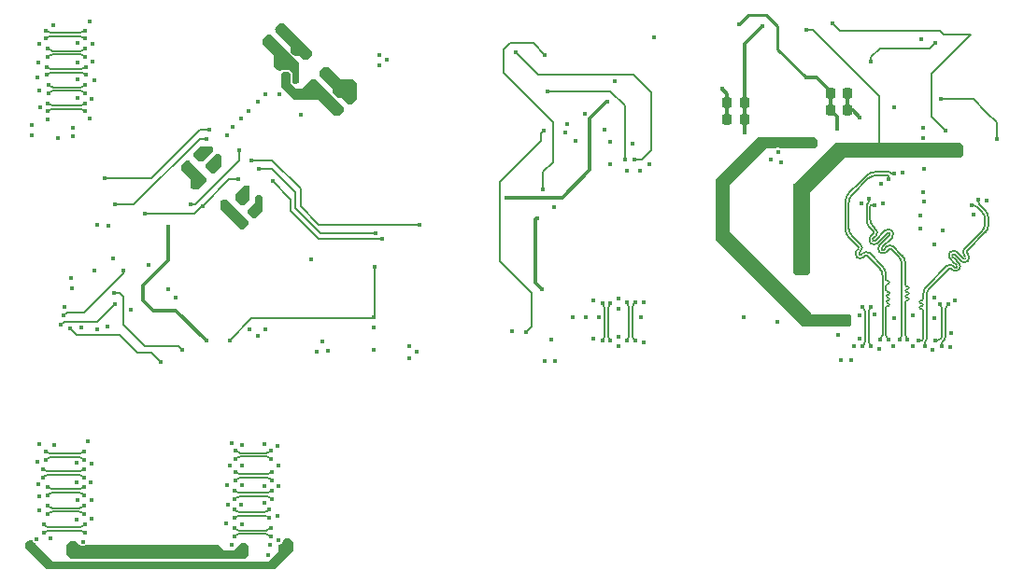
<source format=gbl>
G04 #@! TF.GenerationSoftware,KiCad,Pcbnew,7.0.8*
G04 #@! TF.CreationDate,2023-11-02T17:04:35+02:00*
G04 #@! TF.ProjectId,ssd2828_board,73736432-3832-4385-9f62-6f6172642e6b,rev?*
G04 #@! TF.SameCoordinates,Original*
G04 #@! TF.FileFunction,Copper,L4,Bot*
G04 #@! TF.FilePolarity,Positive*
%FSLAX46Y46*%
G04 Gerber Fmt 4.6, Leading zero omitted, Abs format (unit mm)*
G04 Created by KiCad (PCBNEW 7.0.8) date 2023-11-02 17:04:35*
%MOMM*%
%LPD*%
G01*
G04 APERTURE LIST*
G04 Aperture macros list*
%AMRoundRect*
0 Rectangle with rounded corners*
0 $1 Rounding radius*
0 $2 $3 $4 $5 $6 $7 $8 $9 X,Y pos of 4 corners*
0 Add a 4 corners polygon primitive as box body*
4,1,4,$2,$3,$4,$5,$6,$7,$8,$9,$2,$3,0*
0 Add four circle primitives for the rounded corners*
1,1,$1+$1,$2,$3*
1,1,$1+$1,$4,$5*
1,1,$1+$1,$6,$7*
1,1,$1+$1,$8,$9*
0 Add four rect primitives between the rounded corners*
20,1,$1+$1,$2,$3,$4,$5,0*
20,1,$1+$1,$4,$5,$6,$7,0*
20,1,$1+$1,$6,$7,$8,$9,0*
20,1,$1+$1,$8,$9,$2,$3,0*%
G04 Aperture macros list end*
G04 #@! TA.AperFunction,SMDPad,CuDef*
%ADD10RoundRect,0.225000X-0.017678X0.335876X-0.335876X0.017678X0.017678X-0.335876X0.335876X-0.017678X0*%
G04 #@! TD*
G04 #@! TA.AperFunction,SMDPad,CuDef*
%ADD11RoundRect,0.225000X-0.225000X-0.250000X0.225000X-0.250000X0.225000X0.250000X-0.225000X0.250000X0*%
G04 #@! TD*
G04 #@! TA.AperFunction,SMDPad,CuDef*
%ADD12RoundRect,0.225000X0.017678X-0.335876X0.335876X-0.017678X-0.017678X0.335876X-0.335876X0.017678X0*%
G04 #@! TD*
G04 #@! TA.AperFunction,SMDPad,CuDef*
%ADD13RoundRect,0.225000X0.225000X0.250000X-0.225000X0.250000X-0.225000X-0.250000X0.225000X-0.250000X0*%
G04 #@! TD*
G04 #@! TA.AperFunction,ViaPad*
%ADD14C,0.450000*%
G04 #@! TD*
G04 #@! TA.AperFunction,Conductor*
%ADD15C,0.200000*%
G04 #@! TD*
G04 #@! TA.AperFunction,Conductor*
%ADD16C,0.250000*%
G04 #@! TD*
G04 #@! TA.AperFunction,Conductor*
%ADD17C,0.300000*%
G04 #@! TD*
G04 #@! TA.AperFunction,Conductor*
%ADD18C,0.350000*%
G04 #@! TD*
G04 #@! TA.AperFunction,Conductor*
%ADD19C,0.166000*%
G04 #@! TD*
G04 APERTURE END LIST*
D10*
X74385808Y-70380992D03*
X73289792Y-71477008D03*
D11*
X126606000Y-59715400D03*
X128156000Y-59715400D03*
X126606000Y-61264799D03*
X128156000Y-61264799D03*
D12*
X75778992Y-55005608D03*
X76875008Y-53909592D03*
X77912592Y-57139208D03*
X79008608Y-56043192D03*
X80848200Y-60096400D03*
X81944216Y-59000384D03*
D13*
X118808800Y-60528200D03*
X117258800Y-60528200D03*
D12*
X81925792Y-61164608D03*
X83021808Y-60068592D03*
D13*
X118808800Y-62103000D03*
X117258800Y-62103000D03*
D10*
X70575808Y-66418592D03*
X69479792Y-67514608D03*
X73268208Y-69263392D03*
X72172192Y-70359408D03*
D12*
X76845792Y-56084608D03*
X77941808Y-54988592D03*
D10*
X69458208Y-65300992D03*
X68362192Y-66397008D03*
D12*
X79792192Y-59018808D03*
X80888208Y-57922792D03*
D14*
X141706600Y-63830200D03*
X127558800Y-83896200D03*
X127203200Y-62915800D03*
X118809000Y-63283600D03*
X124409200Y-53949600D03*
X137007600Y-63119000D03*
X126796800Y-53365400D03*
X118770400Y-80010000D03*
X136575800Y-60248800D03*
X116459000Y-71551800D03*
X135001000Y-63728600D03*
X134975600Y-62839600D03*
X124333000Y-75844400D03*
X123621800Y-75438000D03*
X123875800Y-74650600D03*
X138201400Y-65074800D03*
X137490200Y-64465200D03*
X136779000Y-64947800D03*
X71983600Y-97053400D03*
X61620400Y-74662800D03*
X109728000Y-78689200D03*
X110173000Y-66153800D03*
X105130600Y-78486000D03*
X59486800Y-62001400D03*
X137566400Y-81483200D03*
X54889400Y-91516200D03*
X59613800Y-96621600D03*
X133146800Y-66929000D03*
X58369200Y-96621600D03*
X107365800Y-81762600D03*
X56159400Y-53543200D03*
X127279400Y-81597000D03*
X56567000Y-63764200D03*
X54889400Y-55245000D03*
X73228200Y-62013600D03*
X131013200Y-82931000D03*
X68834000Y-68199000D03*
X129235200Y-81940400D03*
X73279000Y-93497400D03*
X59461400Y-53162200D03*
X54686200Y-100203000D03*
X135026400Y-68656200D03*
X78079600Y-55956200D03*
X104419400Y-80010000D03*
X73279000Y-98780600D03*
X76530200Y-91668600D03*
X131165600Y-67919600D03*
X85217000Y-80936600D03*
X72212200Y-93497400D03*
X136042400Y-78232000D03*
X109423200Y-80010000D03*
X97713800Y-81292200D03*
X54914800Y-59461400D03*
X59893200Y-58521600D03*
X71932800Y-95300800D03*
X58343800Y-58394600D03*
X121208800Y-65709800D03*
X75387200Y-59753000D03*
X130606800Y-79806800D03*
X59690000Y-60172600D03*
X108178600Y-66751200D03*
X72339200Y-100685600D03*
X135051800Y-66598800D03*
X59588400Y-94970600D03*
X58267600Y-93268800D03*
X107051400Y-58635400D03*
X107391200Y-78308200D03*
X59664600Y-98348800D03*
X74701400Y-60489600D03*
X58699400Y-80987400D03*
X73304400Y-95300800D03*
X103505000Y-63982600D03*
X55702200Y-62103000D03*
X58293000Y-98374200D03*
X76606400Y-100279200D03*
X103264000Y-80010000D03*
X76555600Y-93497400D03*
X73253600Y-91592400D03*
X58343800Y-56870600D03*
X55905400Y-100050600D03*
X137896600Y-78460600D03*
X63246000Y-79311000D03*
X76530200Y-98069400D03*
X75793600Y-100685600D03*
X134061200Y-82677000D03*
X131368800Y-69723000D03*
X136017000Y-80137000D03*
X72313800Y-91465400D03*
X75285600Y-96901000D03*
X73228200Y-97053400D03*
X58877200Y-100406200D03*
X135839200Y-82956400D03*
X75615800Y-101574600D03*
X116789200Y-59283600D03*
X121869200Y-65024000D03*
X71882000Y-98755200D03*
X54711600Y-58242200D03*
X56286400Y-91617800D03*
X54787800Y-95199200D03*
X59664600Y-93294200D03*
X129286000Y-79832200D03*
X75311000Y-91541600D03*
X136042400Y-73380600D03*
X64795400Y-75247000D03*
X54940200Y-96316800D03*
X109321600Y-66751200D03*
X71475600Y-69608200D03*
X132410200Y-61010800D03*
X58343800Y-60147200D03*
X75336400Y-95326200D03*
X101574600Y-70053200D03*
X107391200Y-79273400D03*
X105613200Y-80010000D03*
X73894042Y-61296958D03*
X109651800Y-82346800D03*
X59309000Y-91313000D03*
X59766200Y-55219600D03*
X132334000Y-82677000D03*
X105130600Y-81991200D03*
X132384800Y-80086200D03*
X140766800Y-69418200D03*
X134112000Y-79857600D03*
X57175400Y-79070600D03*
X54737000Y-93167200D03*
X76581000Y-95326200D03*
X58293000Y-94970600D03*
X58343800Y-55168800D03*
X85191600Y-82956400D03*
X76631800Y-59791600D03*
X139573000Y-70688200D03*
X59766200Y-56819800D03*
X59867800Y-75805800D03*
X107365800Y-82651600D03*
X122174000Y-65938400D03*
X106673000Y-66153800D03*
X83312000Y-58902600D03*
X101320600Y-82016600D03*
X54965600Y-60985400D03*
X128752600Y-82677000D03*
X137439400Y-82702400D03*
X134721600Y-70815200D03*
X54864000Y-56870600D03*
X129286000Y-61925200D03*
X129413000Y-69697600D03*
X54940200Y-97561400D03*
X70358000Y-64744600D03*
X78130400Y-58559200D03*
X66624200Y-71792600D03*
X76657200Y-57365400D03*
X61188600Y-71704200D03*
X60147200Y-71678800D03*
X71907400Y-63537600D03*
X70027800Y-82143600D03*
X74752200Y-69252600D03*
X72466200Y-62750200D03*
X77444600Y-58102000D03*
X67259200Y-78206600D03*
X66573400Y-77495400D03*
X79527400Y-60057800D03*
X71043800Y-65506600D03*
X73685400Y-68312800D03*
X73431400Y-100787200D03*
X116713000Y-70256400D03*
X58013600Y-101625400D03*
X85750400Y-57175400D03*
X128117600Y-80137000D03*
X75412600Y-81089000D03*
X100431600Y-77444600D03*
X89154000Y-83146400D03*
X57937400Y-63613800D03*
X88442800Y-83769200D03*
X57886600Y-77406000D03*
X86410800Y-56692800D03*
X57759600Y-100812600D03*
X127000000Y-80162400D03*
X85725000Y-56235600D03*
X73964800Y-81089000D03*
X57810400Y-76491600D03*
X57937400Y-62801000D03*
X88468200Y-82613000D03*
X121488200Y-76733400D03*
X120421400Y-76250800D03*
X61087000Y-80885800D03*
X125120400Y-64338200D03*
X74752200Y-81686400D03*
X99999800Y-71056000D03*
X60121800Y-81089000D03*
X117170200Y-70916800D03*
X124383800Y-64008000D03*
X73025000Y-101600000D03*
X62510800Y-75755000D03*
X57124600Y-79895200D03*
X61747400Y-78853800D03*
X56896000Y-80708000D03*
X100736400Y-84010000D03*
X54229000Y-63512200D03*
X77063600Y-101320600D03*
X128473200Y-83908400D03*
X81051400Y-83108800D03*
X101625400Y-84023200D03*
X80543400Y-82219800D03*
X80086200Y-83185000D03*
X106146600Y-63042800D03*
X77419200Y-100533200D03*
X54762400Y-101549200D03*
X54229000Y-62547000D03*
X54076600Y-100787200D03*
X134747000Y-71958200D03*
X60858400Y-67411600D03*
X70307200Y-63029600D03*
X70078600Y-63817000D03*
X61747400Y-69773800D03*
X73025000Y-64833000D03*
X68656200Y-69760600D03*
X64465200Y-70612000D03*
X72974200Y-67513200D03*
X69723000Y-69913000D03*
X89331800Y-71653400D03*
X74139975Y-65814025D03*
X74803000Y-66536027D03*
X85369400Y-72390000D03*
X76073000Y-67665600D03*
X85979000Y-72923400D03*
X78587600Y-61645800D03*
X79578200Y-74739000D03*
X59036200Y-53993200D03*
X55499000Y-53993200D03*
X55499000Y-54743200D03*
X59036200Y-54743200D03*
X59082042Y-55644200D03*
X55702200Y-55644200D03*
X55702200Y-56394200D03*
X59082042Y-56394200D03*
X59141534Y-57295200D03*
X55563529Y-57295200D03*
X59141534Y-58045200D03*
X55563529Y-58045200D03*
X55753000Y-58946200D03*
X59078175Y-58946200D03*
X59078175Y-59696200D03*
X55753000Y-59696200D03*
X59066118Y-60597200D03*
X55670875Y-60597200D03*
X59066118Y-61347200D03*
X55670875Y-61347200D03*
X72161400Y-82105000D03*
X85217000Y-80022200D03*
X85344000Y-75438000D03*
X105924000Y-78775279D03*
X105924000Y-82169000D03*
X110591600Y-54635400D03*
X106654600Y-64121800D03*
X106674000Y-82169000D03*
X106674000Y-78775279D03*
X100965000Y-59499000D03*
X107975400Y-65722000D03*
X108133800Y-82169000D03*
X108133800Y-78698299D03*
X108839000Y-65747400D03*
X98067000Y-55964200D03*
X108883800Y-78698299D03*
X108883800Y-82169000D03*
X67894200Y-82994000D03*
X61696600Y-77787000D03*
X65913000Y-84111600D03*
X57683400Y-81038200D03*
X99034600Y-81381600D03*
X100667000Y-63064200D03*
X100578000Y-68421600D03*
X100711000Y-56197000D03*
X102717600Y-62458600D03*
X108712000Y-64236600D03*
X102616000Y-63246000D03*
X104317800Y-61569600D03*
X106349800Y-60452000D03*
X97205800Y-69151000D03*
X130277000Y-82666135D03*
X130277000Y-79090365D03*
X129527000Y-79090365D03*
X129527000Y-82666135D03*
X131858018Y-67476699D03*
X131851800Y-82042000D03*
X132388350Y-66946367D03*
X131101800Y-82042000D03*
X133604400Y-82042000D03*
X130617966Y-69835766D03*
X132854400Y-82042000D03*
X130087634Y-69305434D03*
X139429992Y-69868524D03*
X134608834Y-82107034D03*
X135139166Y-82637366D03*
X139960324Y-69338192D03*
X136132834Y-82132434D03*
X136505600Y-78867000D03*
X136663166Y-82662766D03*
X137255600Y-78867000D03*
X136093200Y-55168800D03*
X130302000Y-56794400D03*
X121767600Y-80479400D03*
X134797800Y-54825400D03*
X136804400Y-72136000D03*
X120421400Y-53619400D03*
X135077200Y-69545200D03*
X118338600Y-53416200D03*
X124383800Y-58279800D03*
X72720200Y-92131800D03*
X58953400Y-92208000D03*
X55498617Y-92208000D03*
X75920600Y-92131800D03*
X58953400Y-92958000D03*
X75920600Y-92881800D03*
X72720200Y-92881800D03*
X55498617Y-92958000D03*
X55216370Y-93808200D03*
X58953400Y-93808200D03*
X72720200Y-94062200D03*
X75996800Y-94062200D03*
X55216370Y-94558200D03*
X75996800Y-94812200D03*
X58953400Y-94558200D03*
X72720200Y-94812200D03*
X72644000Y-95764000D03*
X58978800Y-95408400D03*
X55676800Y-95408400D03*
X75971400Y-95764000D03*
X58978800Y-96158400D03*
X72644000Y-96514000D03*
X75971400Y-96514000D03*
X55676800Y-96158400D03*
X55676800Y-97135600D03*
X75768200Y-97498000D03*
X72602727Y-97498000D03*
X58978800Y-97135600D03*
X58978800Y-97885600D03*
X75768200Y-98248000D03*
X72602727Y-98248000D03*
X55676800Y-97885600D03*
X55295800Y-99612800D03*
X59029600Y-99612800D03*
X72572358Y-99917019D03*
X75869800Y-99917019D03*
X55295800Y-98862800D03*
X72572358Y-99167019D03*
X75869800Y-99167019D03*
X59029600Y-98862800D03*
D15*
X141706600Y-62357000D02*
X141706600Y-63830200D01*
X140792200Y-61442600D02*
X141706600Y-62357000D01*
X139598400Y-60248800D02*
X140792200Y-61442600D01*
X136575800Y-60248800D02*
X139598400Y-60248800D01*
X135737600Y-57937400D02*
X135737600Y-61849000D01*
X136880600Y-54330600D02*
X139344400Y-54330600D01*
X139344400Y-54330600D02*
X135737600Y-57937400D01*
X136550400Y-54000400D02*
X136880600Y-54330600D01*
X127431800Y-54000400D02*
X136550400Y-54000400D01*
X135737600Y-61849000D02*
X137007600Y-63119000D01*
X126796800Y-53365400D02*
X127431800Y-54000400D01*
D16*
X119151400Y-52603400D02*
X118338600Y-53416200D01*
X121793000Y-53594000D02*
X120802400Y-52603400D01*
X120802400Y-52603400D02*
X119151400Y-52603400D01*
X121793000Y-55689000D02*
X121793000Y-53594000D01*
X124383800Y-58279800D02*
X121793000Y-55689000D01*
D17*
X125386600Y-58279800D02*
X124383800Y-58279800D01*
X126606000Y-59499200D02*
X125386600Y-58279800D01*
X126606000Y-59715400D02*
X126606000Y-59499200D01*
X126606000Y-61264799D02*
X126606000Y-59715400D01*
X127203200Y-62915800D02*
X127203200Y-61861999D01*
X127203200Y-61861999D02*
X126606000Y-61264799D01*
X118809000Y-62103200D02*
X118808800Y-62103000D01*
X118809000Y-63283600D02*
X118809000Y-62103200D01*
X118808800Y-55232000D02*
X120421400Y-53619400D01*
X118808800Y-60528200D02*
X118808800Y-55232000D01*
X118808800Y-62103000D02*
X118808800Y-60528200D01*
D15*
X131064000Y-64414400D02*
X130987800Y-64490600D01*
X125018800Y-53949600D02*
X131064000Y-59994800D01*
X124409200Y-53949600D02*
X125018800Y-53949600D01*
X131064000Y-59994800D02*
X131064000Y-64414400D01*
X135623800Y-55638200D02*
X131089400Y-55638200D01*
X136093200Y-55168800D02*
X135623800Y-55638200D01*
X131089400Y-55638200D02*
X130302000Y-56425600D01*
X130302000Y-56425600D02*
X130302000Y-56794400D01*
D18*
X128156000Y-61264799D02*
X128156000Y-59715400D01*
X117258800Y-62103000D02*
X117258800Y-60528200D01*
X117258800Y-60528200D02*
X117258800Y-59753200D01*
X128625599Y-61264799D02*
X129286000Y-61925200D01*
X69479792Y-67590808D02*
X69479792Y-67514608D01*
X117258800Y-59753200D02*
X116789200Y-59283600D01*
X73289792Y-71477008D02*
X73268208Y-71477008D01*
X128156000Y-61264799D02*
X128625599Y-61264799D01*
X66624200Y-71792600D02*
X66624200Y-74853800D01*
X64312800Y-77165200D02*
X64312800Y-78460600D01*
X65252600Y-79400400D02*
X64312800Y-78460600D01*
X65252600Y-79400400D02*
X67284600Y-79400400D01*
X66624200Y-74853800D02*
X64312800Y-77165200D01*
X67284600Y-79400400D02*
X70027800Y-82143600D01*
X79538192Y-60047008D02*
X79527400Y-60057800D01*
X70575808Y-66012192D02*
X70575808Y-66418592D01*
X99898200Y-76911200D02*
X99898200Y-71157600D01*
X99898200Y-71157600D02*
X99999800Y-71056000D01*
X100431600Y-77444600D02*
X99898200Y-76911200D01*
D15*
X57454800Y-79565000D02*
X58953400Y-79565000D01*
X58953400Y-79565000D02*
X62510800Y-76007600D01*
X62510800Y-76007600D02*
X62510800Y-75755000D01*
X57124600Y-79895200D02*
X57454800Y-79565000D01*
X57175400Y-80428600D02*
X60172600Y-80428600D01*
X60172600Y-80428600D02*
X61747400Y-78853800D01*
X56896000Y-80708000D02*
X57175400Y-80428600D01*
X69431400Y-63029600D02*
X70307200Y-63029600D01*
X65049400Y-67411600D02*
X69431400Y-63029600D01*
X60858400Y-67411600D02*
X65049400Y-67411600D01*
X69456800Y-63817000D02*
X70078600Y-63817000D01*
X63500000Y-69773800D02*
X69456800Y-63817000D01*
X61747400Y-69773800D02*
X63500000Y-69773800D01*
X68656200Y-69760600D02*
X69025000Y-69760600D01*
X69025000Y-69760600D02*
X73025000Y-65760600D01*
X73025000Y-65760600D02*
X73025000Y-64833000D01*
X69723000Y-69913000D02*
X69660000Y-69913000D01*
X69660000Y-69913000D02*
X68961000Y-70612000D01*
X69723000Y-69913000D02*
X72122800Y-67513200D01*
X72122800Y-67513200D02*
X72974200Y-67513200D01*
X68961000Y-70612000D02*
X64465200Y-70612000D01*
D19*
X74139975Y-65814025D02*
X76024825Y-65814025D01*
X80264000Y-71653400D02*
X89331800Y-71653400D01*
X76024825Y-65814025D02*
X78587600Y-68376800D01*
X78587600Y-68376800D02*
X78587600Y-69977000D01*
X78587600Y-69977000D02*
X80264000Y-71653400D01*
X74803000Y-66536027D02*
X75959427Y-66536027D01*
X75959427Y-66536027D02*
X78130400Y-68707000D01*
X78130400Y-68707000D02*
X78130400Y-70104000D01*
X78130400Y-70104000D02*
X80416400Y-72390000D01*
X80416400Y-72390000D02*
X85369400Y-72390000D01*
X77724000Y-69316600D02*
X77724000Y-70408800D01*
X77724000Y-70408800D02*
X80238600Y-72923400D01*
X80238600Y-72923400D02*
X85979000Y-72923400D01*
X76073000Y-67665600D02*
X77724000Y-69316600D01*
X59036200Y-53993200D02*
X58960646Y-54068754D01*
X55574553Y-54068753D02*
X55499000Y-53993200D01*
X58607093Y-54215200D02*
X55928107Y-54215200D01*
X55574550Y-54068756D02*
G75*
G03*
X55928107Y-54215200I353550J353556D01*
G01*
X58607093Y-54215195D02*
G75*
G03*
X58960646Y-54068754I7J499995D01*
G01*
X59036200Y-54743200D02*
X58960646Y-54667646D01*
X58607093Y-54521200D02*
X55928107Y-54521200D01*
X55574553Y-54667647D02*
X55499000Y-54743200D01*
X58960649Y-54667643D02*
G75*
G03*
X58607093Y-54521200I-353549J-353557D01*
G01*
X55928107Y-54521205D02*
G75*
G03*
X55574553Y-54667647I-7J-499995D01*
G01*
X58652935Y-55866200D02*
X56131307Y-55866200D01*
X55777753Y-55719753D02*
X55702200Y-55644200D01*
X59082042Y-55644200D02*
X59006488Y-55719754D01*
X58652935Y-55866224D02*
G75*
G03*
X59006487Y-55719753I-35J500024D01*
G01*
X55777750Y-55719756D02*
G75*
G03*
X56131307Y-55866200I353550J353556D01*
G01*
X55777753Y-56318647D02*
X55702200Y-56394200D01*
X59082042Y-56394200D02*
X59006488Y-56318646D01*
X58652935Y-56172200D02*
X56131307Y-56172200D01*
X59006470Y-56318664D02*
G75*
G03*
X58652935Y-56172200I-353570J-353536D01*
G01*
X56131307Y-56172205D02*
G75*
G03*
X55777753Y-56318647I-7J-499995D01*
G01*
X59141534Y-57295200D02*
X59065980Y-57370754D01*
X56328729Y-57517200D02*
X55992636Y-57517200D01*
X55639082Y-57370753D02*
X55563529Y-57295200D01*
X58712427Y-57517200D02*
X56328729Y-57517200D01*
X58712427Y-57517219D02*
G75*
G03*
X59065980Y-57370754I-27J500019D01*
G01*
X55639064Y-57370771D02*
G75*
G03*
X55992636Y-57517200I353536J353571D01*
G01*
X59141534Y-58045200D02*
X59065980Y-57969646D01*
X55639082Y-57969647D02*
X55563529Y-58045200D01*
X58712427Y-57823200D02*
X56328729Y-57823200D01*
X56328729Y-57823200D02*
X55992636Y-57823200D01*
X55992636Y-57823226D02*
G75*
G03*
X55639082Y-57969647I-36J-499974D01*
G01*
X59065966Y-57969660D02*
G75*
G03*
X58712427Y-57823200I-353566J-353540D01*
G01*
X59078175Y-58946200D02*
X59002621Y-59021754D01*
X55828553Y-59021753D02*
X55753000Y-58946200D01*
X58649068Y-59168200D02*
X56182107Y-59168200D01*
X58649068Y-59168177D02*
G75*
G03*
X59002621Y-59021754I32J499977D01*
G01*
X55828550Y-59021756D02*
G75*
G03*
X56182107Y-59168200I353550J353556D01*
G01*
X59078175Y-59696200D02*
X59002621Y-59620646D01*
X58649068Y-59474200D02*
X56182107Y-59474200D01*
X55828553Y-59620647D02*
X55753000Y-59696200D01*
X59002637Y-59620630D02*
G75*
G03*
X58649068Y-59474200I-353537J-353570D01*
G01*
X56182107Y-59474205D02*
G75*
G03*
X55828553Y-59620647I-7J-499995D01*
G01*
X59066118Y-60597200D02*
X58990564Y-60672754D01*
X55746428Y-60672753D02*
X55670875Y-60597200D01*
X58637011Y-60819200D02*
X56099982Y-60819200D01*
X58637011Y-60819207D02*
G75*
G03*
X58990563Y-60672753I-11J500007D01*
G01*
X55746437Y-60672744D02*
G75*
G03*
X56099982Y-60819200I353563J353544D01*
G01*
X55746428Y-61271647D02*
X55670875Y-61347200D01*
X59066118Y-61347200D02*
X58990564Y-61271646D01*
X58637011Y-61125200D02*
X56099982Y-61125200D01*
X58990558Y-61271652D02*
G75*
G03*
X58637011Y-61125200I-353558J-353548D01*
G01*
X56099982Y-61125188D02*
G75*
G03*
X55746429Y-61271648I18J-500012D01*
G01*
D15*
X74117200Y-80149200D02*
X85090000Y-80149200D01*
X72161400Y-82105000D02*
X74117200Y-80149200D01*
X85344000Y-79895200D02*
X85217000Y-80022200D01*
X85344000Y-75438000D02*
X85344000Y-79895200D01*
X85090000Y-80149200D02*
X85217000Y-80022200D01*
D19*
X105924000Y-78775279D02*
X105999554Y-78850833D01*
X106146000Y-79204386D02*
X106146000Y-81739893D01*
X105999553Y-82093447D02*
X105924000Y-82169000D01*
X106146010Y-79204386D02*
G75*
G03*
X105999554Y-78850833I-500010J-14D01*
G01*
X105999556Y-82093450D02*
G75*
G03*
X106146000Y-81739893I-353556J353550D01*
G01*
X106452000Y-79204386D02*
X106452000Y-81739893D01*
X106674000Y-78775279D02*
X106598446Y-78850833D01*
X106598447Y-82093447D02*
X106674000Y-82169000D01*
X106452005Y-81739893D02*
G75*
G03*
X106598447Y-82093447I499995J-7D01*
G01*
X106598453Y-78850840D02*
G75*
G03*
X106452000Y-79204386I353547J-353560D01*
G01*
D15*
X106666800Y-59524400D02*
X107975400Y-60833000D01*
X107975400Y-60833000D02*
X107975400Y-65722000D01*
X100990400Y-59524400D02*
X106666800Y-59524400D01*
X100965000Y-59499000D02*
X100990400Y-59524400D01*
D19*
X108133800Y-78698299D02*
X108209354Y-78773853D01*
X108355800Y-79127406D02*
X108355800Y-81739893D01*
X108209353Y-82093447D02*
X108133800Y-82169000D01*
X108209356Y-82093450D02*
G75*
G03*
X108355800Y-81739893I-353556J353550D01*
G01*
X108355795Y-79127406D02*
G75*
G03*
X108209353Y-78773854I-499995J6D01*
G01*
D15*
X109487200Y-65747400D02*
X108839000Y-65747400D01*
X110337600Y-59651400D02*
X110337600Y-64897000D01*
X100154000Y-58051200D02*
X108737400Y-58051200D01*
X108737400Y-58051200D02*
X110337600Y-59651400D01*
X98067000Y-55964200D02*
X100154000Y-58051200D01*
X110337600Y-64897000D02*
X109487200Y-65747400D01*
D19*
X108883800Y-78698299D02*
X108808246Y-78773853D01*
X108661800Y-79127406D02*
X108661800Y-81739893D01*
X108808247Y-82093447D02*
X108883800Y-82169000D01*
X108808243Y-78773850D02*
G75*
G03*
X108661800Y-79127406I353557J-353550D01*
G01*
X108661805Y-81739893D02*
G75*
G03*
X108808247Y-82093447I499995J-7D01*
G01*
D15*
X62560200Y-80682600D02*
X62560200Y-78193400D01*
X62153800Y-77787000D02*
X61696600Y-77787000D01*
X67894200Y-82994000D02*
X67513200Y-82613000D01*
X67513200Y-82613000D02*
X64490600Y-82613000D01*
X64490600Y-82613000D02*
X62560200Y-80682600D01*
X62560200Y-78193400D02*
X62153800Y-77787000D01*
X65074800Y-83273400D02*
X63779400Y-83273400D01*
X65913000Y-84111600D02*
X65074800Y-83273400D01*
X63779400Y-83273400D02*
X62153800Y-81647800D01*
X62153800Y-81647800D02*
X58293000Y-81647800D01*
X58293000Y-81647800D02*
X57683400Y-81038200D01*
X100367000Y-64008600D02*
X100367000Y-63364200D01*
X99567000Y-80849200D02*
X99567000Y-77864200D01*
X99034600Y-81381600D02*
X99567000Y-80849200D01*
X100367000Y-63364200D02*
X100667000Y-63064200D01*
X96647000Y-74944200D02*
X96647000Y-67728600D01*
X96647000Y-67728600D02*
X100367000Y-64008600D01*
X99567000Y-77864200D02*
X96647000Y-74944200D01*
X101467000Y-62364200D02*
X96967000Y-57864200D01*
X96967000Y-55764200D02*
X97567000Y-55164200D01*
X101467000Y-65964200D02*
X101467000Y-62364200D01*
X100578000Y-66853200D02*
X101467000Y-65964200D01*
X99678200Y-55164200D02*
X100711000Y-56197000D01*
X96967000Y-57864200D02*
X96967000Y-55764200D01*
X97567000Y-55164200D02*
X99678200Y-55164200D01*
X100578000Y-68421600D02*
X100578000Y-66853200D01*
D17*
X106299000Y-60452000D02*
X104775000Y-61976000D01*
X104775000Y-61976000D02*
X104775000Y-66656200D01*
X104775000Y-66656200D02*
X102280200Y-69151000D01*
X106349800Y-60452000D02*
X106299000Y-60452000D01*
X102280200Y-69151000D02*
X97205800Y-69151000D01*
D19*
X130055000Y-82237028D02*
X130055000Y-79519472D01*
X130277000Y-82666135D02*
X130201446Y-82590581D01*
X130201447Y-79165918D02*
X130277000Y-79090365D01*
X130201461Y-79165932D02*
G75*
G03*
X130055000Y-79519472I353539J-353568D01*
G01*
X130054981Y-82237028D02*
G75*
G03*
X130201447Y-82590580I500019J28D01*
G01*
X129749000Y-82237028D02*
X129749000Y-79519472D01*
X129527000Y-82666135D02*
X129602554Y-82590581D01*
X129602553Y-79165918D02*
X129527000Y-79090365D01*
X129602540Y-82590567D02*
G75*
G03*
X129749000Y-82237028I-353540J353567D01*
G01*
X129749019Y-79519472D02*
G75*
G03*
X129602552Y-79165919I-500019J-28D01*
G01*
X131757800Y-78211600D02*
X131830088Y-78211600D01*
X131830088Y-78467600D02*
X131757800Y-78467600D01*
X130135981Y-74221793D02*
X131336907Y-75422717D01*
X128270600Y-69628590D02*
X128270600Y-71942196D01*
X131830103Y-77015800D02*
X131757800Y-77015800D01*
X128563493Y-72649303D02*
X129341195Y-73427005D01*
X131830074Y-78979600D02*
X131757800Y-78979600D01*
X131629800Y-79866230D02*
X131629800Y-81612893D01*
X129341195Y-73427005D02*
X129341194Y-73427005D01*
X131757800Y-76759800D02*
X131830103Y-76759800D01*
X129386473Y-74357532D02*
X129386473Y-74357533D01*
X131853476Y-67158200D02*
X130740990Y-67158200D01*
X130033883Y-67451093D02*
X128563493Y-68921483D01*
X131776247Y-81966447D02*
X131851800Y-82042000D01*
X131629800Y-77143800D02*
X131629800Y-77449800D01*
X129205453Y-74357532D02*
X129205454Y-74357533D01*
X131757800Y-77699600D02*
X131830088Y-77699600D01*
X129341194Y-74040775D02*
X129341194Y-74040774D01*
X131757800Y-78723600D02*
X131830074Y-78723600D01*
X129341194Y-74040774D02*
X129205454Y-74176513D01*
X131629800Y-79107600D02*
X131629800Y-79866230D01*
X130135981Y-74221792D02*
X130135981Y-74221793D01*
X131858018Y-67476699D02*
X131858018Y-67162742D01*
X131830088Y-77955600D02*
X131757800Y-77955600D01*
X131629800Y-76129824D02*
X131629800Y-76631800D01*
X129386473Y-74357533D02*
X129522212Y-74221793D01*
X131629800Y-77449800D02*
X131629800Y-77571600D01*
X131858018Y-67162742D02*
X131853476Y-67158200D01*
X131757800Y-78467600D02*
G75*
G03*
X131629800Y-78595600I0J-128000D01*
G01*
X131629800Y-76631800D02*
G75*
G03*
X131757800Y-76759800I128000J0D01*
G01*
X131629800Y-78083600D02*
G75*
G03*
X131757800Y-78211600I128000J0D01*
G01*
X131629805Y-81612893D02*
G75*
G03*
X131776247Y-81966447I499995J-7D01*
G01*
X131757800Y-78979600D02*
G75*
G03*
X131629800Y-79107600I0J-128000D01*
G01*
X129205431Y-74176490D02*
G75*
G03*
X129205453Y-74357532I90569J-90510D01*
G01*
X131629783Y-76129824D02*
G75*
G03*
X131336907Y-75422717I-999983J24D01*
G01*
X131629800Y-78595600D02*
G75*
G03*
X131757800Y-78723600I128000J0D01*
G01*
X131958100Y-78851600D02*
G75*
G03*
X131830074Y-78723600I-128000J0D01*
G01*
X129205492Y-74357495D02*
G75*
G03*
X129386472Y-74357531I90508J90495D01*
G01*
X131830074Y-78979574D02*
G75*
G03*
X131958074Y-78851600I26J127974D01*
G01*
X130740990Y-67158193D02*
G75*
G03*
X130033883Y-67451093I10J-1000007D01*
G01*
X131629800Y-77571600D02*
G75*
G03*
X131757800Y-77699600I128000J0D01*
G01*
X128270603Y-71942196D02*
G75*
G03*
X128563493Y-72649303I999997J-4D01*
G01*
X131958100Y-77827600D02*
G75*
G03*
X131830088Y-77699600I-128000J0D01*
G01*
X131830088Y-78467588D02*
G75*
G03*
X131958088Y-78339600I12J127988D01*
G01*
X128563498Y-68921488D02*
G75*
G03*
X128270600Y-69628590I707102J-707112D01*
G01*
X131958100Y-76887800D02*
G75*
G03*
X131830103Y-76759800I-128000J0D01*
G01*
X131757800Y-77955600D02*
G75*
G03*
X131629800Y-78083600I0J-128000D01*
G01*
X131757800Y-77015800D02*
G75*
G03*
X131629800Y-77143800I0J-128000D01*
G01*
X130135984Y-74221789D02*
G75*
G03*
X129522212Y-74221793I-306884J-306911D01*
G01*
X131830103Y-77015803D02*
G75*
G03*
X131958103Y-76887800I-3J128003D01*
G01*
X129341204Y-74040785D02*
G75*
G03*
X129341194Y-73427005I-306904J306885D01*
G01*
X131958100Y-78339600D02*
G75*
G03*
X131830088Y-78211600I-128000J0D01*
G01*
X131830088Y-77955588D02*
G75*
G03*
X131958088Y-77827600I12J127988D01*
G01*
X129124819Y-73824400D02*
X129124819Y-73824399D01*
X132388350Y-66946367D02*
X132115814Y-66946367D01*
X131323800Y-76719173D02*
X131323800Y-81612893D01*
X129919606Y-74438167D02*
X131030907Y-75549469D01*
X129919605Y-74438166D02*
X129919606Y-74438167D01*
X131323800Y-76256576D02*
X131323800Y-76719173D01*
X128257493Y-72776055D02*
X129124819Y-73643381D01*
X129602847Y-74573907D02*
X129738586Y-74438167D01*
X129602848Y-74573906D02*
X129602847Y-74573907D01*
X129907131Y-67145093D02*
X129288131Y-67764093D01*
X131177353Y-81966447D02*
X131101800Y-82042000D01*
X127964600Y-69501838D02*
X127964600Y-72068948D01*
X128989078Y-74573907D02*
X128989079Y-74573907D01*
X129288131Y-67764093D02*
X128257493Y-68794731D01*
X131938805Y-66852200D02*
X130614238Y-66852200D01*
X132045104Y-66917078D02*
X132009516Y-66881490D01*
X129124819Y-73643381D02*
X129124819Y-73643380D01*
X129124819Y-73824399D02*
X128989079Y-73960138D01*
X128989116Y-74573870D02*
G75*
G03*
X129602848Y-74573906I306884J306870D01*
G01*
X132045104Y-66917078D02*
G75*
G03*
X132115814Y-66946367I70696J70678D01*
G01*
X131323817Y-76256576D02*
G75*
G03*
X131030907Y-75549469I-1000017J-24D01*
G01*
X129124828Y-73824409D02*
G75*
G03*
X129124818Y-73643381I-90528J90509D01*
G01*
X132009514Y-66881492D02*
G75*
G03*
X131938805Y-66852200I-70714J-70708D01*
G01*
X128989056Y-73960115D02*
G75*
G03*
X128989078Y-74573907I306944J-306885D01*
G01*
X130614238Y-66852227D02*
G75*
G03*
X129907131Y-67145093I-38J-999973D01*
G01*
X127964637Y-72068948D02*
G75*
G03*
X128257493Y-72776055I999963J-52D01*
G01*
X129919609Y-74438162D02*
G75*
G03*
X129738586Y-74438167I-90509J-90538D01*
G01*
X131177356Y-81966450D02*
G75*
G03*
X131323800Y-81612893I-353556J353550D01*
G01*
X128257474Y-68794712D02*
G75*
G03*
X127964600Y-69501838I707126J-707088D01*
G01*
X130304009Y-69835766D02*
X130259579Y-69880196D01*
X132176147Y-72181625D02*
X132176148Y-72181627D01*
X130617966Y-69835766D02*
X130304009Y-69835766D01*
X130725494Y-72656475D02*
X130725494Y-72656474D01*
X130648040Y-73095964D02*
X130648040Y-73095965D01*
X131261808Y-73890752D02*
X131261809Y-73890752D01*
X133579345Y-77985000D02*
X133510400Y-77985000D01*
X130725495Y-72042705D02*
X130725494Y-72042705D01*
X133579345Y-77473000D02*
X133510400Y-77473000D01*
X131442828Y-73890751D02*
X131442828Y-73890752D01*
X133382400Y-75485283D02*
X133382400Y-77089000D01*
X130467022Y-73095965D02*
X130467021Y-73095965D01*
X131442828Y-73890752D02*
X131701300Y-73632279D01*
X132176147Y-72795396D02*
X132176148Y-72795395D01*
X130201000Y-70021618D02*
X130201000Y-71103996D01*
X133528847Y-81966447D02*
X133604400Y-82042000D01*
X133510400Y-77217000D02*
X133579345Y-77217000D01*
X132315069Y-73632280D02*
X132315068Y-73632279D01*
X133579350Y-78497000D02*
X133510400Y-78497000D01*
X130725494Y-72656474D02*
X130467021Y-72914946D01*
X132315068Y-73632279D02*
X133089507Y-74406717D01*
X132176148Y-72795395D02*
X131261809Y-73709733D01*
X133382400Y-75113824D02*
X133382400Y-75485283D01*
X133382400Y-79443000D02*
X133382400Y-81612893D01*
X133510400Y-78241000D02*
X133579350Y-78241000D01*
X133382400Y-78625000D02*
X133382400Y-79443000D01*
X130493893Y-71811103D02*
X130725495Y-72042705D01*
X130648040Y-73095965D02*
X131562378Y-72181626D01*
X133510400Y-77729000D02*
X133579345Y-77729000D01*
X133579345Y-77473045D02*
G75*
G03*
X133707345Y-77345000I-45J128045D01*
G01*
X133382383Y-75113824D02*
G75*
G03*
X133089507Y-74406717I-999983J24D01*
G01*
X132315084Y-73632265D02*
G75*
G03*
X131701301Y-73632280I-306884J-306935D01*
G01*
X133579345Y-77985045D02*
G75*
G03*
X133707345Y-77857000I-45J128045D01*
G01*
X133382400Y-77089000D02*
G75*
G03*
X133510400Y-77217000I128000J0D01*
G01*
X131261766Y-73709690D02*
G75*
G03*
X131261808Y-73890752I90534J-90510D01*
G01*
X133707400Y-78369000D02*
G75*
G03*
X133579350Y-78241000I-128000J0D01*
G01*
X133510400Y-77985000D02*
G75*
G03*
X133382400Y-78113000I0J-128000D01*
G01*
X130467066Y-72914991D02*
G75*
G03*
X130467022Y-73095965I90434J-90509D01*
G01*
X131261791Y-73890770D02*
G75*
G03*
X131442828Y-73890751I90509J90570D01*
G01*
X130259570Y-69880187D02*
G75*
G03*
X130201000Y-70021618I141430J-141413D01*
G01*
X132176136Y-72795385D02*
G75*
G03*
X132176148Y-72181627I-306836J306885D01*
G01*
X133707300Y-77345000D02*
G75*
G03*
X133579345Y-77217000I-128000J0D01*
G01*
X133382405Y-81612893D02*
G75*
G03*
X133528847Y-81966447I499995J-7D01*
G01*
X133707300Y-77857000D02*
G75*
G03*
X133579345Y-77729000I-128000J0D01*
G01*
X133510400Y-78497000D02*
G75*
G03*
X133382400Y-78625000I0J-128000D01*
G01*
X133382400Y-78113000D02*
G75*
G03*
X133510400Y-78241000I128000J0D01*
G01*
X130725504Y-72656485D02*
G75*
G03*
X130725494Y-72042705I-306904J306885D01*
G01*
X130201003Y-71103996D02*
G75*
G03*
X130493893Y-71811103I999997J-4D01*
G01*
X133382400Y-77601000D02*
G75*
G03*
X133510400Y-77729000I128000J0D01*
G01*
X130466991Y-73095995D02*
G75*
G03*
X130648040Y-73095964I90509J90495D01*
G01*
X133579350Y-78496950D02*
G75*
G03*
X133707350Y-78369000I50J127950D01*
G01*
X133510400Y-77473000D02*
G75*
G03*
X133382400Y-77601000I0J-128000D01*
G01*
X132176184Y-72181588D02*
G75*
G03*
X131562378Y-72181626I-306884J-306912D01*
G01*
X131045433Y-74107127D02*
X131045434Y-74107127D01*
X130864414Y-73312339D02*
X131778753Y-72398001D01*
X129895000Y-69894868D02*
X129895000Y-71230748D01*
X132929953Y-81966447D02*
X132854400Y-82042000D01*
X132098693Y-73848654D02*
X132783507Y-74533469D01*
X131659202Y-74107127D02*
X131917674Y-73848654D01*
X130509119Y-72440100D02*
X130509119Y-72440099D01*
X130509119Y-72259081D02*
X130509119Y-72259080D01*
X131959772Y-72579020D02*
X131045434Y-73493358D01*
X133076400Y-75485283D02*
X133076400Y-81612893D01*
X130029056Y-69677969D02*
X129953579Y-69753446D01*
X132098693Y-73848655D02*
X132098693Y-73848654D01*
X130250647Y-73312340D02*
X130250646Y-73312339D01*
X130864415Y-73312338D02*
X130864414Y-73312339D01*
X131659203Y-74107126D02*
X131659202Y-74107127D01*
X133076400Y-75240576D02*
X133076400Y-75485283D01*
X130509119Y-72440099D02*
X130250646Y-72698571D01*
X131959772Y-72398000D02*
X131959773Y-72398002D01*
X130187893Y-71937855D02*
X130509119Y-72259081D01*
X130087634Y-69305434D02*
X130087634Y-69536548D01*
X131959772Y-72579021D02*
X131959772Y-72579020D01*
X133076417Y-75240576D02*
G75*
G03*
X132783507Y-74533469I-1000017J-24D01*
G01*
X131959760Y-72579009D02*
G75*
G03*
X131959772Y-72398003I-90460J90509D01*
G01*
X132929956Y-81966450D02*
G75*
G03*
X133076400Y-81612893I-353556J353550D01*
G01*
X131045416Y-74107145D02*
G75*
G03*
X131659203Y-74107126I306884J306945D01*
G01*
X130250617Y-73312368D02*
G75*
G03*
X130864414Y-73312337I306883J306868D01*
G01*
X132098710Y-73848638D02*
G75*
G03*
X131917674Y-73848654I-90510J-90562D01*
G01*
X129953595Y-69753462D02*
G75*
G03*
X129895000Y-69894868I141405J-141438D01*
G01*
X131959808Y-72397964D02*
G75*
G03*
X131778754Y-72398002I-90508J-90536D01*
G01*
X130509128Y-72440109D02*
G75*
G03*
X130509118Y-72259081I-90528J90509D01*
G01*
X130029039Y-69677952D02*
G75*
G03*
X130087634Y-69536548I-141439J141452D01*
G01*
X131045392Y-73493316D02*
G75*
G03*
X131045434Y-74107126I306908J-306884D01*
G01*
X129894966Y-71230748D02*
G75*
G03*
X130187893Y-71937855I1000034J48D01*
G01*
X130250691Y-72698616D02*
G75*
G03*
X130250647Y-73312340I306809J-306884D01*
G01*
X137820628Y-75101575D02*
X137928817Y-75209761D01*
X140613800Y-71152589D02*
X140613800Y-71518210D01*
X137461710Y-74110373D02*
X137461710Y-74110374D01*
X138842502Y-74671976D02*
X138810318Y-74704161D01*
X138734313Y-74404225D02*
X138842502Y-74512414D01*
X134767631Y-79255000D02*
X134885893Y-79255000D01*
X137443197Y-74724142D02*
X137820628Y-75101575D01*
X134767602Y-78743000D02*
X134885893Y-78743000D01*
X139429992Y-69868524D02*
X139536842Y-69868524D01*
X137928817Y-75209761D02*
X138037003Y-75317950D01*
X139890396Y-70014971D02*
X140320907Y-70445482D01*
X137443198Y-74724143D02*
X137443197Y-74724142D01*
X138354596Y-74408003D02*
X138056967Y-74110374D01*
X134885893Y-78487000D02*
X134767602Y-78487000D01*
X140320907Y-72225317D02*
X138817112Y-73729112D01*
X135013893Y-77946545D02*
X135013893Y-78359000D01*
X138354600Y-74408004D02*
X138354596Y-74408003D01*
X135013893Y-79383000D02*
X135013893Y-80201000D01*
X138650756Y-74704160D02*
X138354600Y-74408004D01*
X134881370Y-82107034D02*
X134608834Y-82107034D01*
X138817112Y-73729112D02*
X138734313Y-73811913D01*
X138842501Y-74671977D02*
X138842502Y-74671976D01*
X138037003Y-75477552D02*
X138015588Y-75498968D01*
X134885893Y-78999000D02*
X134767631Y-78999000D01*
X137461710Y-74110374D02*
X137443197Y-74128886D01*
X138650755Y-74704162D02*
X138650756Y-74704160D01*
X135013893Y-80201000D02*
X135013893Y-81933089D01*
X137144738Y-75401488D02*
X135306786Y-77239438D01*
X134955314Y-82074511D02*
X134952080Y-82077745D01*
X137855985Y-75498969D02*
X137855984Y-75498969D01*
X137155445Y-75390782D02*
X137144738Y-75401488D01*
X137855984Y-75498969D02*
X137747797Y-75390782D01*
X135013900Y-79383000D02*
G75*
G03*
X134885893Y-79255000I-128000J0D01*
G01*
X134881370Y-82107002D02*
G75*
G03*
X134952080Y-82077745I30J100002D01*
G01*
X137855999Y-75498955D02*
G75*
G03*
X138015588Y-75498968I79801J79755D01*
G01*
X138650719Y-74704198D02*
G75*
G03*
X138810318Y-74704161I79781J79798D01*
G01*
X140320902Y-72225312D02*
G75*
G03*
X140613800Y-71518210I-707102J707112D01*
G01*
X138734345Y-73811945D02*
G75*
G03*
X138734314Y-74404224I296155J-296155D01*
G01*
X140613808Y-71152589D02*
G75*
G03*
X140320907Y-70445482I-1000008J-11D01*
G01*
X138056928Y-74110413D02*
G75*
G03*
X137461711Y-74110374I-297628J-297587D01*
G01*
X134955318Y-82074515D02*
G75*
G03*
X135013893Y-81933089I-141418J141415D01*
G01*
X137747797Y-75390782D02*
G75*
G03*
X137155445Y-75390782I-296176J-296176D01*
G01*
X134639600Y-78615000D02*
G75*
G03*
X134767602Y-78743000I128000J0D01*
G01*
X135013900Y-78871000D02*
G75*
G03*
X134885893Y-78743000I-128000J0D01*
G01*
X139890370Y-70014997D02*
G75*
G03*
X139536842Y-69868524I-353570J-353503D01*
G01*
X138842505Y-74671981D02*
G75*
G03*
X138842501Y-74512415I-79805J79781D01*
G01*
X134639600Y-79127000D02*
G75*
G03*
X134767631Y-79255000I128000J0D01*
G01*
X134767631Y-78999031D02*
G75*
G03*
X134639631Y-79127000I-31J-127969D01*
G01*
X137443184Y-74128873D02*
G75*
G03*
X137443199Y-74724142I297616J-297627D01*
G01*
X134885893Y-78998993D02*
G75*
G03*
X135013893Y-78871000I7J127993D01*
G01*
X134767602Y-78487002D02*
G75*
G03*
X134639602Y-78615000I-2J-127998D01*
G01*
X138037052Y-75477600D02*
G75*
G03*
X138037002Y-75317951I-79852J79800D01*
G01*
X134885893Y-78486993D02*
G75*
G03*
X135013893Y-78359000I7J127993D01*
G01*
X135306762Y-77239414D02*
G75*
G03*
X135013893Y-77946545I707138J-707086D01*
G01*
X140626907Y-72352069D02*
X139033488Y-73945488D01*
X137678085Y-74326749D02*
X137659572Y-74345261D01*
X135319893Y-78073297D02*
X135319893Y-81976997D01*
X137361113Y-75617863D02*
X135612786Y-77366190D01*
X138950687Y-74187852D02*
X139058876Y-74296041D01*
X135202735Y-82259840D02*
X135139166Y-82323409D01*
X138434381Y-74920537D02*
X138434380Y-74920537D01*
X138253378Y-75693927D02*
X138231963Y-75715343D01*
X135139166Y-82323409D02*
X135139166Y-82637366D01*
X139058876Y-74888353D02*
X139026694Y-74920536D01*
X139033488Y-73945488D02*
X138950688Y-74028288D01*
X138145191Y-74993387D02*
X138253380Y-75101573D01*
X137371822Y-75607156D02*
X137361113Y-75617863D01*
X137678085Y-74326748D02*
X137678085Y-74326749D01*
X137957204Y-74805397D02*
X138145191Y-74993387D01*
X137659572Y-74507768D02*
X137957201Y-74805397D01*
X139960324Y-69338192D02*
X139960324Y-69445042D01*
X140919800Y-71025839D02*
X140919800Y-71644962D01*
X139058875Y-74888354D02*
X139058876Y-74888353D01*
X137639611Y-75715343D02*
X137531424Y-75607156D01*
X140106771Y-69798596D02*
X140626907Y-70318732D01*
X137659573Y-74507768D02*
X137659572Y-74507768D01*
X138950688Y-74187850D02*
X138950687Y-74187852D01*
X138434380Y-74920537D02*
X137840592Y-74326749D01*
X137957201Y-74805397D02*
X137957204Y-74805397D01*
X140626926Y-72352088D02*
G75*
G03*
X140919800Y-71644962I-707126J707088D01*
G01*
X137639611Y-75715343D02*
G75*
G03*
X138231963Y-75715343I296176J296176D01*
G01*
X138253329Y-75693878D02*
G75*
G03*
X138253380Y-75101573I-296129J296178D01*
G01*
X137659558Y-74345247D02*
G75*
G03*
X137659573Y-74507768I81242J-81253D01*
G01*
X138950719Y-74028319D02*
G75*
G03*
X138950688Y-74187850I79781J-79781D01*
G01*
X139960288Y-69445042D02*
G75*
G03*
X140106772Y-69798595I500012J42D01*
G01*
X140919772Y-71025839D02*
G75*
G03*
X140626906Y-70318733I-999972J39D01*
G01*
X137531423Y-75607157D02*
G75*
G03*
X137371823Y-75607157I-79800J-79799D01*
G01*
X135612786Y-77366190D02*
G75*
G03*
X135319893Y-78073297I707114J-707110D01*
G01*
X135202735Y-82259840D02*
G75*
G03*
X135319893Y-81976997I-282835J282840D01*
G01*
X139058878Y-74888357D02*
G75*
G03*
X139058876Y-74296041I-296178J296157D01*
G01*
X138434344Y-74920574D02*
G75*
G03*
X139026694Y-74920536I296156J296174D01*
G01*
X137840554Y-74326787D02*
G75*
G03*
X137678085Y-74326748I-81254J-81213D01*
G01*
X136505600Y-78867000D02*
X136581154Y-78942554D01*
X136610442Y-81968783D02*
X136563948Y-82015277D01*
X136727600Y-79296107D02*
X136727600Y-81685940D01*
X136281106Y-82132434D02*
X136132834Y-82132434D01*
X136610422Y-81968763D02*
G75*
G03*
X136727600Y-81685940I-282822J282863D01*
G01*
X136281106Y-82132427D02*
G75*
G03*
X136563947Y-82015276I-6J400027D01*
G01*
X136727595Y-79296107D02*
G75*
G03*
X136581154Y-78942554I-499995J7D01*
G01*
X137033600Y-79296107D02*
X137033600Y-81812690D01*
X136916442Y-82095533D02*
X136780323Y-82231652D01*
X137255600Y-78867000D02*
X137180046Y-78942554D01*
X136663166Y-82514494D02*
X136663166Y-82662766D01*
X137180043Y-78942551D02*
G75*
G03*
X137033600Y-79296107I353557J-353549D01*
G01*
X136780319Y-82231648D02*
G75*
G03*
X136663166Y-82514494I282881J-282852D01*
G01*
X136916447Y-82095538D02*
G75*
G03*
X137033600Y-81812690I-282847J282838D01*
G01*
X73149307Y-92353800D02*
X75491493Y-92353800D01*
X58524293Y-92430000D02*
X55927724Y-92430000D01*
X75845047Y-92207353D02*
X75920600Y-92131800D01*
X55574170Y-92283553D02*
X55498617Y-92208000D01*
X58953400Y-92208000D02*
X58877846Y-92283554D01*
X72720200Y-92131800D02*
X72795754Y-92207354D01*
X55574158Y-92283565D02*
G75*
G03*
X55927724Y-92430000I353542J353565D01*
G01*
X58524293Y-92429995D02*
G75*
G03*
X58877846Y-92283554I7J499995D01*
G01*
X75491493Y-92353795D02*
G75*
G03*
X75845047Y-92207353I7J499995D01*
G01*
X72795751Y-92207357D02*
G75*
G03*
X73149307Y-92353800I353549J353557D01*
G01*
X58524293Y-92736000D02*
X55927724Y-92736000D01*
X55574170Y-92882447D02*
X55498617Y-92958000D01*
X72720200Y-92881800D02*
X72795754Y-92806246D01*
X58953400Y-92958000D02*
X58877846Y-92882446D01*
X73149307Y-92659800D02*
X75491493Y-92659800D01*
X75845047Y-92806247D02*
X75920600Y-92881800D01*
X73149307Y-92659805D02*
G75*
G03*
X72795754Y-92806246I-7J-499995D01*
G01*
X55927724Y-92736017D02*
G75*
G03*
X55574170Y-92882447I-24J-499983D01*
G01*
X75845050Y-92806244D02*
G75*
G03*
X75491493Y-92659800I-353550J-353556D01*
G01*
X58877849Y-92882443D02*
G75*
G03*
X58524293Y-92736000I-353549J-353557D01*
G01*
X73149307Y-94284200D02*
X75567693Y-94284200D01*
X55291923Y-93883753D02*
X55216370Y-93808200D01*
X75921247Y-94137753D02*
X75996800Y-94062200D01*
X58524293Y-94030200D02*
X55645477Y-94030200D01*
X58953400Y-93808200D02*
X58877846Y-93883754D01*
X72720200Y-94062200D02*
X72795754Y-94137754D01*
X72795751Y-94137757D02*
G75*
G03*
X73149307Y-94284200I353549J353557D01*
G01*
X75567693Y-94284195D02*
G75*
G03*
X75921247Y-94137753I7J499995D01*
G01*
X58524293Y-94030195D02*
G75*
G03*
X58877846Y-93883754I7J499995D01*
G01*
X55291935Y-93883741D02*
G75*
G03*
X55645477Y-94030200I353565J353541D01*
G01*
X72720200Y-94812200D02*
X72795754Y-94736646D01*
X58524293Y-94336200D02*
X55645477Y-94336200D01*
X58953400Y-94558200D02*
X58877846Y-94482646D01*
X73149307Y-94590200D02*
X75567693Y-94590200D01*
X55291923Y-94482647D02*
X55216370Y-94558200D01*
X75921247Y-94736647D02*
X75996800Y-94812200D01*
X73149307Y-94590205D02*
G75*
G03*
X72795754Y-94736646I-7J-499995D01*
G01*
X58877849Y-94482643D02*
G75*
G03*
X58524293Y-94336200I-353549J-353557D01*
G01*
X75921250Y-94736644D02*
G75*
G03*
X75567693Y-94590200I-353550J-353556D01*
G01*
X55645477Y-94336184D02*
G75*
G03*
X55291923Y-94482647I23J-500016D01*
G01*
X72644000Y-95764000D02*
X72719554Y-95839554D01*
X73073107Y-95986000D02*
X75542293Y-95986000D01*
X58549693Y-95630400D02*
X56105907Y-95630400D01*
X55752353Y-95483953D02*
X55676800Y-95408400D01*
X58978800Y-95408400D02*
X58903246Y-95483954D01*
X75895847Y-95839553D02*
X75971400Y-95764000D01*
X55752350Y-95483956D02*
G75*
G03*
X56105907Y-95630400I353550J353556D01*
G01*
X58549693Y-95630395D02*
G75*
G03*
X58903246Y-95483954I7J499995D01*
G01*
X72719551Y-95839557D02*
G75*
G03*
X73073107Y-95986000I353549J353557D01*
G01*
X75542293Y-95985995D02*
G75*
G03*
X75895847Y-95839553I7J499995D01*
G01*
X58978800Y-96158400D02*
X58903246Y-96082846D01*
X73073107Y-96292000D02*
X75542293Y-96292000D01*
X72644000Y-96514000D02*
X72719554Y-96438446D01*
X55752353Y-96082847D02*
X55676800Y-96158400D01*
X58549693Y-95936400D02*
X56105907Y-95936400D01*
X75895847Y-96438447D02*
X75971400Y-96514000D01*
X56105907Y-95936405D02*
G75*
G03*
X55752353Y-96082847I-7J-499995D01*
G01*
X73073107Y-96292005D02*
G75*
G03*
X72719554Y-96438446I-7J-499995D01*
G01*
X75895850Y-96438444D02*
G75*
G03*
X75542293Y-96292000I-353550J-353556D01*
G01*
X58903249Y-96082843D02*
G75*
G03*
X58549693Y-95936400I-353549J-353557D01*
G01*
X72602727Y-97498000D02*
X72678281Y-97573554D01*
X73031834Y-97720000D02*
X75339093Y-97720000D01*
X75692647Y-97573553D02*
X75768200Y-97498000D01*
X58978800Y-97135600D02*
X58903246Y-97211154D01*
X55752353Y-97211153D02*
X55676800Y-97135600D01*
X58549693Y-97357600D02*
X56105907Y-97357600D01*
X55752350Y-97211156D02*
G75*
G03*
X56105907Y-97357600I353550J353556D01*
G01*
X58549693Y-97357595D02*
G75*
G03*
X58903246Y-97211154I7J499995D01*
G01*
X72678264Y-97573571D02*
G75*
G03*
X73031834Y-97720000I353536J353571D01*
G01*
X75339093Y-97719995D02*
G75*
G03*
X75692647Y-97573553I7J499995D01*
G01*
X58549693Y-97663600D02*
X56105907Y-97663600D01*
X73031834Y-98026000D02*
X75339093Y-98026000D01*
X58978800Y-97885600D02*
X58903246Y-97810046D01*
X72602727Y-98248000D02*
X72678281Y-98172446D01*
X55752353Y-97810047D02*
X55676800Y-97885600D01*
X75692647Y-98172447D02*
X75768200Y-98248000D01*
X73031834Y-98026024D02*
G75*
G03*
X72678281Y-98172446I-34J-499976D01*
G01*
X56105907Y-97663605D02*
G75*
G03*
X55752353Y-97810047I-7J-499995D01*
G01*
X75692650Y-98172444D02*
G75*
G03*
X75339093Y-98026000I-353550J-353556D01*
G01*
X58903249Y-97810043D02*
G75*
G03*
X58549693Y-97663600I-353549J-353557D01*
G01*
X58600493Y-99390800D02*
X55724907Y-99390800D01*
X73001465Y-99695019D02*
X75440693Y-99695019D01*
X72572358Y-99917019D02*
X72647912Y-99841465D01*
X75794247Y-99841466D02*
X75869800Y-99917019D01*
X59029600Y-99612800D02*
X58954046Y-99537246D01*
X55371353Y-99537247D02*
X55295800Y-99612800D01*
X73001465Y-99694989D02*
G75*
G03*
X72647912Y-99841465I35J-500011D01*
G01*
X55724907Y-99390805D02*
G75*
G03*
X55371353Y-99537247I-7J-499995D01*
G01*
X75794246Y-99841467D02*
G75*
G03*
X75440693Y-99695019I-353546J-353533D01*
G01*
X58954049Y-99537243D02*
G75*
G03*
X58600493Y-99390800I-353549J-353557D01*
G01*
X59029600Y-98862800D02*
X58954046Y-98938354D01*
X73001465Y-99389019D02*
X75440693Y-99389019D01*
X58600493Y-99084800D02*
X55724907Y-99084800D01*
X72572358Y-99167019D02*
X72647912Y-99242573D01*
X75794247Y-99242572D02*
X75869800Y-99167019D01*
X55371353Y-98938353D02*
X55295800Y-98862800D01*
X58600493Y-99084795D02*
G75*
G03*
X58954046Y-98938354I7J499995D01*
G01*
X55371350Y-98938356D02*
G75*
G03*
X55724907Y-99084800I353550J353556D01*
G01*
X75440693Y-99389008D02*
G75*
G03*
X75794247Y-99242572I7J500008D01*
G01*
X72647926Y-99242559D02*
G75*
G03*
X73001465Y-99389019I353574J353559D01*
G01*
G04 #@! TA.AperFunction,Conductor*
G36*
X125099876Y-63681696D02*
G01*
X125128775Y-63693138D01*
X125153922Y-63711408D01*
X125156719Y-63714119D01*
X125363481Y-63920881D01*
X125382532Y-63945441D01*
X125394876Y-63973967D01*
X125399739Y-64004667D01*
X125399800Y-64008562D01*
X125399800Y-64464638D01*
X125395904Y-64495476D01*
X125384462Y-64524375D01*
X125366192Y-64549522D01*
X125363481Y-64552319D01*
X125232919Y-64682881D01*
X125208359Y-64701932D01*
X125179833Y-64714276D01*
X125149133Y-64719139D01*
X125145238Y-64719200D01*
X122179576Y-64719200D01*
X122148738Y-64715304D01*
X122119839Y-64703862D01*
X122106634Y-64694968D01*
X122106468Y-64695204D01*
X122103006Y-64692760D01*
X122055732Y-64664011D01*
X122004977Y-64641966D01*
X122004975Y-64641965D01*
X121951690Y-64627035D01*
X121896870Y-64619500D01*
X121896869Y-64619500D01*
X121841531Y-64619500D01*
X121841530Y-64619500D01*
X121814120Y-64623267D01*
X121786710Y-64627035D01*
X121786708Y-64627035D01*
X121745223Y-64638659D01*
X121733425Y-64641965D01*
X121733423Y-64641965D01*
X121733422Y-64641966D01*
X121682667Y-64664011D01*
X121635393Y-64692760D01*
X121631932Y-64695204D01*
X121631634Y-64694782D01*
X121610681Y-64707836D01*
X121581040Y-64717194D01*
X121558824Y-64719200D01*
X120776999Y-64719200D01*
X117449600Y-68046599D01*
X117449600Y-68046600D01*
X117449600Y-72263000D01*
X124942600Y-79756000D01*
X128320238Y-79756000D01*
X128351076Y-79759896D01*
X128379975Y-79771338D01*
X128405122Y-79789608D01*
X128407919Y-79792319D01*
X128462281Y-79846681D01*
X128481332Y-79871241D01*
X128493676Y-79899767D01*
X128498539Y-79930467D01*
X128498600Y-79934362D01*
X128498600Y-80644438D01*
X128494704Y-80675276D01*
X128483262Y-80704175D01*
X128464992Y-80729322D01*
X128462281Y-80732119D01*
X128357119Y-80837281D01*
X128332559Y-80856332D01*
X128304033Y-80868676D01*
X128273333Y-80873539D01*
X128269438Y-80873600D01*
X124130362Y-80873600D01*
X124099524Y-80869704D01*
X124070625Y-80858262D01*
X124045478Y-80839992D01*
X124042681Y-80837281D01*
X116215919Y-73010519D01*
X116196868Y-72985959D01*
X116184524Y-72957433D01*
X116179661Y-72926733D01*
X116179600Y-72922838D01*
X116179600Y-67640762D01*
X116183496Y-67609924D01*
X116194938Y-67581025D01*
X116213208Y-67555878D01*
X116215919Y-67553081D01*
X120054881Y-63714119D01*
X120079441Y-63695068D01*
X120107967Y-63682724D01*
X120138667Y-63677861D01*
X120142562Y-63677800D01*
X125069038Y-63677800D01*
X125099876Y-63681696D01*
G37*
G04 #@! TD.AperFunction*
G04 #@! TA.AperFunction,Conductor*
G36*
X58178284Y-100384810D02*
G01*
X58203915Y-100396516D01*
X58220395Y-100409796D01*
X58347396Y-100536796D01*
X58470800Y-100660200D01*
X58553499Y-100660200D01*
X58581391Y-100664210D01*
X58607022Y-100675916D01*
X58623503Y-100689196D01*
X58628045Y-100693738D01*
X58671497Y-100726267D01*
X58671506Y-100726273D01*
X58719138Y-100752283D01*
X58719143Y-100752284D01*
X58719147Y-100752287D01*
X58770009Y-100771257D01*
X58823054Y-100782796D01*
X58877200Y-100786669D01*
X58931346Y-100782796D01*
X58984391Y-100771257D01*
X59035253Y-100752287D01*
X59035258Y-100752283D01*
X59035261Y-100752283D01*
X59082893Y-100726273D01*
X59082897Y-100726271D01*
X59126354Y-100693739D01*
X59130897Y-100689196D01*
X59153455Y-100672310D01*
X59179857Y-100662462D01*
X59200901Y-100660200D01*
X71053592Y-100660200D01*
X71081484Y-100664210D01*
X71107115Y-100675916D01*
X71123596Y-100689196D01*
X71602600Y-101168200D01*
X72542399Y-101168200D01*
X72542400Y-101168200D01*
X73173804Y-100536796D01*
X73196362Y-100519910D01*
X73222764Y-100510062D01*
X73243808Y-100507800D01*
X73568192Y-100507800D01*
X73596084Y-100511810D01*
X73621715Y-100523516D01*
X73638196Y-100536796D01*
X73885004Y-100783604D01*
X73901890Y-100806162D01*
X73911738Y-100832564D01*
X73914000Y-100853608D01*
X73914000Y-101558992D01*
X73909990Y-101586884D01*
X73898284Y-101612515D01*
X73885004Y-101628996D01*
X73612796Y-101901204D01*
X73590238Y-101918090D01*
X73563836Y-101927938D01*
X73542792Y-101930200D01*
X57749808Y-101930200D01*
X57721916Y-101926190D01*
X57696285Y-101914484D01*
X57679804Y-101901204D01*
X57432996Y-101654396D01*
X57416110Y-101631838D01*
X57406262Y-101605436D01*
X57404000Y-101584392D01*
X57404000Y-100701208D01*
X57408010Y-100673316D01*
X57419716Y-100647685D01*
X57432996Y-100631204D01*
X57654404Y-100409796D01*
X57676962Y-100392910D01*
X57703364Y-100383062D01*
X57724408Y-100380800D01*
X58150392Y-100380800D01*
X58178284Y-100384810D01*
G37*
G04 #@! TD.AperFunction*
G04 #@! TA.AperFunction,Conductor*
G36*
X71861476Y-69345896D02*
G01*
X71890375Y-69357338D01*
X71915522Y-69375608D01*
X71918319Y-69378319D01*
X73852281Y-71312281D01*
X73871332Y-71336841D01*
X73883676Y-71365367D01*
X73888539Y-71396067D01*
X73888600Y-71399962D01*
X73888600Y-71551238D01*
X73884704Y-71582076D01*
X73873262Y-71610975D01*
X73854992Y-71636122D01*
X73852281Y-71638919D01*
X73467719Y-72023481D01*
X73443159Y-72042532D01*
X73414633Y-72054876D01*
X73383933Y-72059739D01*
X73380038Y-72059800D01*
X73177962Y-72059800D01*
X73147124Y-72055904D01*
X73118225Y-72044462D01*
X73093078Y-72026192D01*
X73090281Y-72023481D01*
X71410319Y-70343519D01*
X71391268Y-70318959D01*
X71378924Y-70290433D01*
X71374061Y-70259733D01*
X71374000Y-70255838D01*
X71374000Y-69520362D01*
X71377896Y-69489524D01*
X71389338Y-69460625D01*
X71407608Y-69435478D01*
X71410319Y-69432681D01*
X71464681Y-69378319D01*
X71489241Y-69359268D01*
X71517767Y-69346924D01*
X71548467Y-69342061D01*
X71552362Y-69342000D01*
X71830638Y-69342000D01*
X71861476Y-69345896D01*
G37*
G04 #@! TD.AperFunction*
G04 #@! TA.AperFunction,Conductor*
G36*
X81081676Y-57331696D02*
G01*
X81110575Y-57343138D01*
X81135722Y-57361408D01*
X81138519Y-57364119D01*
X82245200Y-58470800D01*
X83311438Y-58470800D01*
X83342276Y-58474696D01*
X83371175Y-58486138D01*
X83396322Y-58504408D01*
X83399119Y-58507119D01*
X83682081Y-58790081D01*
X83701132Y-58814641D01*
X83713476Y-58843167D01*
X83718339Y-58873867D01*
X83718400Y-58877762D01*
X83718400Y-60146638D01*
X83714504Y-60177476D01*
X83703062Y-60206375D01*
X83684792Y-60231522D01*
X83682081Y-60234319D01*
X83246719Y-60669681D01*
X83222159Y-60688732D01*
X83193633Y-60701076D01*
X83162933Y-60705939D01*
X83159038Y-60706000D01*
X82906162Y-60706000D01*
X82875324Y-60702104D01*
X82846425Y-60690662D01*
X82821278Y-60672392D01*
X82818481Y-60669681D01*
X82296000Y-60147200D01*
X82042562Y-60147200D01*
X82011724Y-60143304D01*
X81982825Y-60131862D01*
X81957678Y-60113592D01*
X81954881Y-60110881D01*
X81494119Y-59650119D01*
X81475068Y-59625559D01*
X81462724Y-59597033D01*
X81457861Y-59566333D01*
X81457800Y-59562438D01*
X81457800Y-59309000D01*
X80325719Y-58176919D01*
X80306668Y-58152359D01*
X80294324Y-58123833D01*
X80289461Y-58093133D01*
X80289400Y-58089238D01*
X80289400Y-57785562D01*
X80293296Y-57754724D01*
X80304738Y-57725825D01*
X80323008Y-57700678D01*
X80325719Y-57697881D01*
X80659481Y-57364119D01*
X80684041Y-57345068D01*
X80712567Y-57332724D01*
X80743267Y-57327861D01*
X80747162Y-57327800D01*
X81050838Y-57327800D01*
X81081676Y-57331696D01*
G37*
G04 #@! TD.AperFunction*
G04 #@! TA.AperFunction,Conductor*
G36*
X77533084Y-100080010D02*
G01*
X77558715Y-100091716D01*
X77575196Y-100104996D01*
X77898204Y-100428004D01*
X77915090Y-100450562D01*
X77924938Y-100476964D01*
X77927200Y-100498008D01*
X77927200Y-101152592D01*
X77923190Y-101180484D01*
X77911484Y-101206115D01*
X77898204Y-101222596D01*
X76254396Y-102866404D01*
X76231838Y-102883290D01*
X76205436Y-102893138D01*
X76184392Y-102895400D01*
X55667008Y-102895400D01*
X55639116Y-102891390D01*
X55613485Y-102879684D01*
X55597004Y-102866404D01*
X53673796Y-100943196D01*
X53656910Y-100920638D01*
X53647062Y-100894236D01*
X53644800Y-100873192D01*
X53644800Y-100625008D01*
X53648810Y-100597116D01*
X53660516Y-100571485D01*
X53673796Y-100555004D01*
X53920604Y-100308196D01*
X53943162Y-100291310D01*
X53969564Y-100281462D01*
X53990608Y-100279200D01*
X54238792Y-100279200D01*
X54266684Y-100283210D01*
X54292315Y-100294916D01*
X54308796Y-100308196D01*
X54312072Y-100311472D01*
X54328958Y-100334030D01*
X54334825Y-100346876D01*
X54340115Y-100361060D01*
X54340116Y-100361061D01*
X54366126Y-100408693D01*
X54366132Y-100408702D01*
X54398661Y-100452154D01*
X54437045Y-100490538D01*
X54480497Y-100523067D01*
X54480501Y-100523070D01*
X54480503Y-100523071D01*
X54528147Y-100549087D01*
X54528150Y-100549088D01*
X54528152Y-100549089D01*
X54542317Y-100554372D01*
X54567049Y-100567876D01*
X54577727Y-100577127D01*
X56210200Y-102209600D01*
X75615799Y-102209600D01*
X75615800Y-102209600D01*
X76555600Y-101269800D01*
X76555600Y-100777406D01*
X76559610Y-100749514D01*
X76571316Y-100723883D01*
X76584590Y-100707409D01*
X76608886Y-100683113D01*
X76631437Y-100666232D01*
X76657838Y-100656384D01*
X76657842Y-100656383D01*
X76660537Y-100655796D01*
X76660546Y-100655796D01*
X76713591Y-100644257D01*
X76764453Y-100625287D01*
X76764458Y-100625283D01*
X76764461Y-100625283D01*
X76796215Y-100607943D01*
X76812097Y-100599271D01*
X76855554Y-100566739D01*
X76893939Y-100528354D01*
X76926471Y-100484897D01*
X76944101Y-100452611D01*
X76952483Y-100437261D01*
X76952483Y-100437258D01*
X76952487Y-100437253D01*
X76971457Y-100386391D01*
X76982996Y-100333346D01*
X76982996Y-100333341D01*
X76983584Y-100330640D01*
X76993432Y-100304239D01*
X77010315Y-100281684D01*
X77187004Y-100104996D01*
X77209562Y-100088110D01*
X77235963Y-100078262D01*
X77257007Y-100076000D01*
X77505192Y-100076000D01*
X77533084Y-100080010D01*
G37*
G04 #@! TD.AperFunction*
G04 #@! TA.AperFunction,Conductor*
G36*
X74934876Y-68939496D02*
G01*
X74963775Y-68950938D01*
X74988922Y-68969208D01*
X74991719Y-68971919D01*
X75122281Y-69102481D01*
X75141332Y-69127041D01*
X75153676Y-69155567D01*
X75158539Y-69186267D01*
X75158600Y-69190162D01*
X75158600Y-70332038D01*
X75154704Y-70362876D01*
X75143262Y-70391775D01*
X75124992Y-70416922D01*
X75122281Y-70419719D01*
X74559919Y-70982081D01*
X74535359Y-71001132D01*
X74506833Y-71013476D01*
X74476133Y-71018339D01*
X74472238Y-71018400D01*
X74295562Y-71018400D01*
X74264724Y-71014504D01*
X74235825Y-71003062D01*
X74210678Y-70984792D01*
X74207881Y-70982081D01*
X73797919Y-70572119D01*
X73778868Y-70547559D01*
X73766524Y-70519033D01*
X73761661Y-70488333D01*
X73761600Y-70484438D01*
X73761600Y-70353792D01*
X73765496Y-70322954D01*
X73776938Y-70294055D01*
X73792281Y-70272137D01*
X73938051Y-70105543D01*
X73940855Y-70102544D01*
X74472800Y-69570600D01*
X74472800Y-69215562D01*
X74476696Y-69184724D01*
X74488138Y-69155825D01*
X74506408Y-69130678D01*
X74509119Y-69127881D01*
X74665081Y-68971919D01*
X74689641Y-68952868D01*
X74718167Y-68940524D01*
X74748867Y-68935661D01*
X74752762Y-68935600D01*
X74904038Y-68935600D01*
X74934876Y-68939496D01*
G37*
G04 #@! TD.AperFunction*
G04 #@! TA.AperFunction,Conductor*
G36*
X73842676Y-68050496D02*
G01*
X73871575Y-68061938D01*
X73896722Y-68080208D01*
X73899519Y-68082919D01*
X73928481Y-68111881D01*
X73947532Y-68136441D01*
X73959876Y-68164967D01*
X73964739Y-68195667D01*
X73964800Y-68199562D01*
X73964800Y-69316038D01*
X73960904Y-69346876D01*
X73949462Y-69375775D01*
X73931192Y-69400922D01*
X73928481Y-69403719D01*
X73518519Y-69813681D01*
X73493959Y-69832732D01*
X73465433Y-69845076D01*
X73434733Y-69849939D01*
X73430838Y-69850000D01*
X73177962Y-69850000D01*
X73147124Y-69846104D01*
X73118225Y-69834662D01*
X73093078Y-69816392D01*
X73090281Y-69813681D01*
X72731119Y-69454519D01*
X72712068Y-69429959D01*
X72699724Y-69401433D01*
X72694861Y-69370733D01*
X72694800Y-69366838D01*
X72694800Y-68910762D01*
X72698696Y-68879924D01*
X72710138Y-68851025D01*
X72728408Y-68825878D01*
X72731119Y-68823081D01*
X73471281Y-68082919D01*
X73495841Y-68063868D01*
X73524367Y-68051524D01*
X73555067Y-68046661D01*
X73558962Y-68046600D01*
X73811838Y-68046600D01*
X73842676Y-68050496D01*
G37*
G04 #@! TD.AperFunction*
G04 #@! TA.AperFunction,Conductor*
G36*
X77017676Y-53343896D02*
G01*
X77046575Y-53355338D01*
X77071722Y-53373608D01*
X77074519Y-53376319D01*
X79567281Y-55869081D01*
X79586332Y-55893641D01*
X79598676Y-55922167D01*
X79603539Y-55952867D01*
X79603600Y-55956762D01*
X79603600Y-56209638D01*
X79599704Y-56240476D01*
X79588262Y-56269375D01*
X79569992Y-56294522D01*
X79567281Y-56297319D01*
X79233519Y-56631081D01*
X79208959Y-56650132D01*
X79180433Y-56662476D01*
X79149733Y-56667339D01*
X79145838Y-56667400D01*
X78918362Y-56667400D01*
X78887524Y-56663504D01*
X78858625Y-56652062D01*
X78833478Y-56633792D01*
X78830681Y-56631081D01*
X78486000Y-56286400D01*
X78054762Y-56286400D01*
X78023924Y-56282504D01*
X77995025Y-56271062D01*
X77969878Y-56252792D01*
X77967081Y-56250081D01*
X77684119Y-55967119D01*
X77665068Y-55942559D01*
X77652724Y-55914033D01*
X77647861Y-55883333D01*
X77647800Y-55879438D01*
X77647800Y-55448200D01*
X76337919Y-54138319D01*
X76318868Y-54113759D01*
X76306524Y-54085233D01*
X76301661Y-54054533D01*
X76301600Y-54050638D01*
X76301600Y-53772362D01*
X76305496Y-53741524D01*
X76316938Y-53712625D01*
X76335208Y-53687478D01*
X76337919Y-53684681D01*
X76646281Y-53376319D01*
X76670841Y-53357268D01*
X76699367Y-53344924D01*
X76730067Y-53340061D01*
X76733962Y-53340000D01*
X76986838Y-53340000D01*
X77017676Y-53343896D01*
G37*
G04 #@! TD.AperFunction*
G04 #@! TA.AperFunction,Conductor*
G36*
X77449476Y-57763496D02*
G01*
X77478375Y-57774938D01*
X77503522Y-57793208D01*
X77506319Y-57795919D01*
X77662281Y-57951881D01*
X77681332Y-57976441D01*
X77693676Y-58004967D01*
X77698539Y-58035667D01*
X77698600Y-58039562D01*
X77698600Y-58801000D01*
X78206600Y-59309000D01*
X78740000Y-59309000D01*
X79592681Y-58456319D01*
X79617241Y-58437268D01*
X79645767Y-58424924D01*
X79676467Y-58420061D01*
X79680362Y-58420000D01*
X79907838Y-58420000D01*
X79938676Y-58423896D01*
X79967575Y-58435338D01*
X79992722Y-58453608D01*
X79995519Y-58456319D01*
X82462881Y-60923681D01*
X82481932Y-60948241D01*
X82494276Y-60976767D01*
X82499139Y-61007467D01*
X82499200Y-61011362D01*
X82499200Y-61340438D01*
X82495304Y-61371276D01*
X82483862Y-61400175D01*
X82465592Y-61425322D01*
X82462881Y-61428119D01*
X82179919Y-61711081D01*
X82155359Y-61730132D01*
X82126833Y-61742476D01*
X82096133Y-61747339D01*
X82092238Y-61747400D01*
X81737762Y-61747400D01*
X81706924Y-61743504D01*
X81678025Y-61732062D01*
X81652878Y-61713792D01*
X81650081Y-61711081D01*
X80264000Y-60325000D01*
X78105562Y-60325000D01*
X78074724Y-60321104D01*
X78045825Y-60309662D01*
X78020678Y-60291392D01*
X78017881Y-60288681D01*
X76896719Y-59167519D01*
X76877668Y-59142959D01*
X76865324Y-59114433D01*
X76860461Y-59083733D01*
X76860400Y-59079838D01*
X76860400Y-57988762D01*
X76864296Y-57957924D01*
X76875738Y-57929025D01*
X76894008Y-57903878D01*
X76896719Y-57901081D01*
X77001881Y-57795919D01*
X77026441Y-57776868D01*
X77054967Y-57764524D01*
X77085667Y-57759661D01*
X77089562Y-57759600D01*
X77418638Y-57759600D01*
X77449476Y-57763496D01*
G37*
G04 #@! TD.AperFunction*
G04 #@! TA.AperFunction,Conductor*
G36*
X70508855Y-64494330D02*
G01*
X70524752Y-64504952D01*
X70648448Y-64628648D01*
X70659070Y-64644545D01*
X70662800Y-64663296D01*
X70662800Y-64902104D01*
X70659070Y-64920855D01*
X70648448Y-64936752D01*
X69711952Y-65873248D01*
X69696055Y-65883870D01*
X69677304Y-65887600D01*
X69387696Y-65887600D01*
X69368945Y-65883870D01*
X69353048Y-65873248D01*
X68899152Y-65419352D01*
X68888530Y-65403455D01*
X68884800Y-65384704D01*
X68884800Y-65196696D01*
X68888530Y-65177945D01*
X68899152Y-65162048D01*
X69556248Y-64504952D01*
X69572145Y-64494330D01*
X69590896Y-64490600D01*
X70490104Y-64490600D01*
X70508855Y-64494330D01*
G37*
G04 #@! TD.AperFunction*
G04 #@! TA.AperFunction,Conductor*
G36*
X71143855Y-65180130D02*
G01*
X71159752Y-65190752D01*
X71385048Y-65416048D01*
X71395670Y-65431945D01*
X71399400Y-65450696D01*
X71399400Y-66324504D01*
X71395670Y-66343255D01*
X71385048Y-66359152D01*
X70804152Y-66940048D01*
X70788255Y-66950670D01*
X70769504Y-66954400D01*
X70505296Y-66954400D01*
X70486545Y-66950670D01*
X70470648Y-66940048D01*
X69965952Y-66435352D01*
X69955330Y-66419455D01*
X69951600Y-66400704D01*
X69951600Y-66161896D01*
X69955330Y-66143145D01*
X69965952Y-66127248D01*
X70902448Y-65190752D01*
X70918345Y-65180130D01*
X70937096Y-65176400D01*
X71125104Y-65176400D01*
X71143855Y-65180130D01*
G37*
G04 #@! TD.AperFunction*
G04 #@! TA.AperFunction,Conductor*
G36*
X75925476Y-54410696D02*
G01*
X75954375Y-54422138D01*
X75979522Y-54440408D01*
X75982319Y-54443119D01*
X78424281Y-56885081D01*
X78443332Y-56909641D01*
X78455676Y-56938167D01*
X78460539Y-56968867D01*
X78460600Y-56972762D01*
X78460600Y-58597238D01*
X78456704Y-58628076D01*
X78445262Y-58656975D01*
X78426992Y-58682122D01*
X78424281Y-58684919D01*
X78319119Y-58790081D01*
X78294559Y-58809132D01*
X78266033Y-58821476D01*
X78235333Y-58826339D01*
X78231438Y-58826400D01*
X78029362Y-58826400D01*
X77998524Y-58822504D01*
X77969625Y-58811062D01*
X77944478Y-58792792D01*
X77941681Y-58790081D01*
X77861919Y-58710319D01*
X77842868Y-58685759D01*
X77830524Y-58657233D01*
X77825661Y-58626533D01*
X77825600Y-58622638D01*
X77825600Y-58259244D01*
X77829496Y-58228406D01*
X77832762Y-58217713D01*
X77835007Y-58211396D01*
X77835010Y-58211388D01*
X77846269Y-58157208D01*
X77850045Y-58102000D01*
X77846269Y-58046792D01*
X77835010Y-57992612D01*
X77832758Y-57986274D01*
X77826103Y-57955912D01*
X77825600Y-57944754D01*
X77825600Y-57835800D01*
X77546200Y-57556400D01*
X76936600Y-57556400D01*
X76936599Y-57556400D01*
X76896719Y-57596281D01*
X76872159Y-57615332D01*
X76843633Y-57627676D01*
X76812933Y-57632539D01*
X76809038Y-57632600D01*
X76581562Y-57632600D01*
X76550724Y-57628704D01*
X76521825Y-57617262D01*
X76496678Y-57598992D01*
X76493881Y-57596281D01*
X76185519Y-57287919D01*
X76166468Y-57263359D01*
X76154124Y-57234833D01*
X76149261Y-57204133D01*
X76149200Y-57200238D01*
X76149200Y-56210200D01*
X75169519Y-55230519D01*
X75150468Y-55205959D01*
X75138124Y-55177433D01*
X75133261Y-55146733D01*
X75133200Y-55142838D01*
X75133200Y-54864562D01*
X75137096Y-54833724D01*
X75148538Y-54804825D01*
X75166808Y-54779678D01*
X75169519Y-54776881D01*
X75503281Y-54443119D01*
X75527841Y-54424068D01*
X75556367Y-54411724D01*
X75587067Y-54406861D01*
X75590962Y-54406800D01*
X75894638Y-54406800D01*
X75925476Y-54410696D01*
G37*
G04 #@! TD.AperFunction*
G04 #@! TA.AperFunction,Conductor*
G36*
X68457876Y-65815296D02*
G01*
X68486775Y-65826738D01*
X68511922Y-65845008D01*
X68514719Y-65847719D01*
X70016881Y-67349881D01*
X70035932Y-67374441D01*
X70048276Y-67402967D01*
X70053139Y-67433667D01*
X70053200Y-67437562D01*
X70053200Y-67639638D01*
X70049304Y-67670476D01*
X70037862Y-67699375D01*
X70019592Y-67724522D01*
X70016881Y-67727319D01*
X69378319Y-68365881D01*
X69353759Y-68384932D01*
X69325233Y-68397276D01*
X69294533Y-68402139D01*
X69290638Y-68402200D01*
X68859962Y-68402200D01*
X68829124Y-68398304D01*
X68800225Y-68386862D01*
X68775078Y-68368592D01*
X68772281Y-68365881D01*
X68692519Y-68286119D01*
X68673468Y-68261559D01*
X68661124Y-68233033D01*
X68656261Y-68202333D01*
X68656200Y-68198438D01*
X68656200Y-67487800D01*
X67803519Y-66635119D01*
X67784468Y-66610559D01*
X67772124Y-66582033D01*
X67767261Y-66551333D01*
X67767200Y-66547438D01*
X67767200Y-66345362D01*
X67771096Y-66314524D01*
X67782538Y-66285625D01*
X67800808Y-66260478D01*
X67803519Y-66257681D01*
X68213481Y-65847719D01*
X68238041Y-65828668D01*
X68266567Y-65816324D01*
X68297267Y-65811461D01*
X68301162Y-65811400D01*
X68427038Y-65811400D01*
X68457876Y-65815296D01*
G37*
G04 #@! TD.AperFunction*
G04 #@! TA.AperFunction,Conductor*
G36*
X138374688Y-64164169D02*
G01*
X138393486Y-64175022D01*
X138397506Y-64178706D01*
X138665694Y-64446894D01*
X138678144Y-64464674D01*
X138683762Y-64485641D01*
X138684000Y-64491088D01*
X138684000Y-65277512D01*
X138680231Y-65298888D01*
X138669378Y-65317686D01*
X138665694Y-65321706D01*
X138499106Y-65488294D01*
X138481326Y-65500744D01*
X138460359Y-65506362D01*
X138454912Y-65506600D01*
X127939800Y-65506600D01*
X124739400Y-68707000D01*
X124739400Y-75970912D01*
X124735631Y-75992288D01*
X124724778Y-76011086D01*
X124721094Y-76015106D01*
X124503706Y-76232494D01*
X124485926Y-76244944D01*
X124464959Y-76250562D01*
X124459512Y-76250800D01*
X123546088Y-76250800D01*
X123524712Y-76247031D01*
X123505914Y-76236178D01*
X123501894Y-76232494D01*
X123284506Y-76015106D01*
X123272056Y-75997326D01*
X123266438Y-75976359D01*
X123266200Y-75970912D01*
X123266200Y-67970888D01*
X123269969Y-67949512D01*
X123280822Y-67930714D01*
X123284506Y-67926694D01*
X127032494Y-64178706D01*
X127050274Y-64166256D01*
X127071241Y-64160638D01*
X127076688Y-64160400D01*
X138353312Y-64160400D01*
X138374688Y-64164169D01*
G37*
G04 #@! TD.AperFunction*
M02*

</source>
